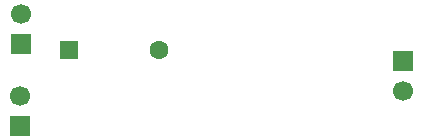
<source format=gbr>
%TF.GenerationSoftware,KiCad,Pcbnew,9.0.1*%
%TF.CreationDate,2025-05-18T00:22:21-05:00*%
%TF.ProjectId,Tiny_Solar_Supply,54696e79-5f53-46f6-9c61-725f53757070,rev?*%
%TF.SameCoordinates,Original*%
%TF.FileFunction,Soldermask,Bot*%
%TF.FilePolarity,Negative*%
%FSLAX46Y46*%
G04 Gerber Fmt 4.6, Leading zero omitted, Abs format (unit mm)*
G04 Created by KiCad (PCBNEW 9.0.1) date 2025-05-18 00:22:21*
%MOMM*%
%LPD*%
G01*
G04 APERTURE LIST*
G04 Aperture macros list*
%AMRoundRect*
0 Rectangle with rounded corners*
0 $1 Rounding radius*
0 $2 $3 $4 $5 $6 $7 $8 $9 X,Y pos of 4 corners*
0 Add a 4 corners polygon primitive as box body*
4,1,4,$2,$3,$4,$5,$6,$7,$8,$9,$2,$3,0*
0 Add four circle primitives for the rounded corners*
1,1,$1+$1,$2,$3*
1,1,$1+$1,$4,$5*
1,1,$1+$1,$6,$7*
1,1,$1+$1,$8,$9*
0 Add four rect primitives between the rounded corners*
20,1,$1+$1,$2,$3,$4,$5,0*
20,1,$1+$1,$4,$5,$6,$7,0*
20,1,$1+$1,$6,$7,$8,$9,0*
20,1,$1+$1,$8,$9,$2,$3,0*%
G04 Aperture macros list end*
%ADD10RoundRect,0.250000X-0.550000X-0.550000X0.550000X-0.550000X0.550000X0.550000X-0.550000X0.550000X0*%
%ADD11C,1.600000*%
%ADD12R,1.700000X1.700000*%
%ADD13C,1.700000*%
G04 APERTURE END LIST*
D10*
%TO.C,J3*%
X151349570Y-53869831D03*
D11*
X158969570Y-53869831D03*
%TD*%
D12*
%TO.C,J1*%
X179635516Y-54786750D03*
D13*
X179635516Y-57326750D03*
%TD*%
D12*
%TO.C,J2*%
X147225952Y-60289104D03*
D13*
X147225952Y-57749104D03*
%TD*%
D12*
%TO.C,J4*%
X147320000Y-53340000D03*
D13*
X147320000Y-50800000D03*
%TD*%
M02*

</source>
